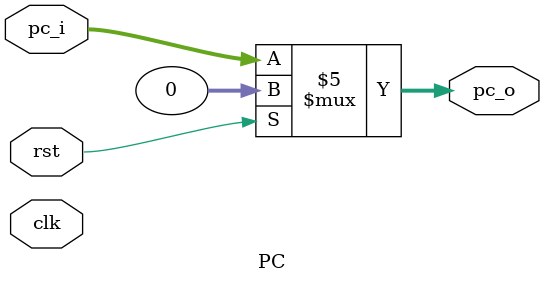
<source format=v>
`timescale 1ns/1ns
module PC (

    input               clk,
    input               rst,                //reset signal high value
    input      [31:0]   pc_i,
    output reg [31:0]   pc_o

);

    initial begin
        pc_o = 0;
    end

    always@ (*) begin 
        if(rst == 1'b1) 
            pc_o <= 32'b0;
        else 
            pc_o <= pc_i; 

    end
endmodule 






</source>
